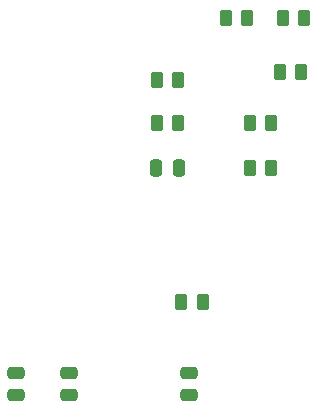
<source format=gbr>
%TF.GenerationSoftware,KiCad,Pcbnew,7.0.10*%
%TF.CreationDate,2024-03-01T12:09:53-06:00*%
%TF.ProjectId,ESP32,45535033-322e-46b6-9963-61645f706362,rev?*%
%TF.SameCoordinates,Original*%
%TF.FileFunction,Paste,Bot*%
%TF.FilePolarity,Positive*%
%FSLAX46Y46*%
G04 Gerber Fmt 4.6, Leading zero omitted, Abs format (unit mm)*
G04 Created by KiCad (PCBNEW 7.0.10) date 2024-03-01 12:09:53*
%MOMM*%
%LPD*%
G01*
G04 APERTURE LIST*
G04 Aperture macros list*
%AMRoundRect*
0 Rectangle with rounded corners*
0 $1 Rounding radius*
0 $2 $3 $4 $5 $6 $7 $8 $9 X,Y pos of 4 corners*
0 Add a 4 corners polygon primitive as box body*
4,1,4,$2,$3,$4,$5,$6,$7,$8,$9,$2,$3,0*
0 Add four circle primitives for the rounded corners*
1,1,$1+$1,$2,$3*
1,1,$1+$1,$4,$5*
1,1,$1+$1,$6,$7*
1,1,$1+$1,$8,$9*
0 Add four rect primitives between the rounded corners*
20,1,$1+$1,$2,$3,$4,$5,0*
20,1,$1+$1,$4,$5,$6,$7,0*
20,1,$1+$1,$6,$7,$8,$9,0*
20,1,$1+$1,$8,$9,$2,$3,0*%
G04 Aperture macros list end*
%ADD10RoundRect,0.250000X-0.262500X-0.450000X0.262500X-0.450000X0.262500X0.450000X-0.262500X0.450000X0*%
%ADD11RoundRect,0.250000X-0.475000X0.250000X-0.475000X-0.250000X0.475000X-0.250000X0.475000X0.250000X0*%
%ADD12RoundRect,0.250000X0.250000X0.475000X-0.250000X0.475000X-0.250000X-0.475000X0.250000X-0.475000X0*%
%ADD13RoundRect,0.250000X0.262500X0.450000X-0.262500X0.450000X-0.262500X-0.450000X0.262500X-0.450000X0*%
G04 APERTURE END LIST*
D10*
%TO.C,R7*%
X110339500Y-97790000D03*
X112164500Y-97790000D03*
%TD*%
%TO.C,R10*%
X102448000Y-90297000D03*
X104273000Y-90297000D03*
%TD*%
D11*
%TO.C,C3*%
X94996000Y-115128000D03*
X94996000Y-117028000D03*
%TD*%
%TO.C,C5*%
X105156000Y-115128000D03*
X105156000Y-117028000D03*
%TD*%
%TO.C,C4*%
X90551000Y-115128000D03*
X90551000Y-117028000D03*
%TD*%
D12*
%TO.C,C1*%
X104310500Y-97790000D03*
X102410500Y-97790000D03*
%TD*%
D13*
%TO.C,R11*%
X104290500Y-93980000D03*
X102465500Y-93980000D03*
%TD*%
D10*
%TO.C,R13*%
X108307500Y-85090000D03*
X110132500Y-85090000D03*
%TD*%
D13*
%TO.C,R1*%
X112164500Y-93980000D03*
X110339500Y-93980000D03*
%TD*%
D10*
%TO.C,R12*%
X113133500Y-85090000D03*
X114958500Y-85090000D03*
%TD*%
%TO.C,R8*%
X112879500Y-89662000D03*
X114704500Y-89662000D03*
%TD*%
D13*
%TO.C,R4*%
X106369500Y-109093000D03*
X104544500Y-109093000D03*
%TD*%
M02*

</source>
